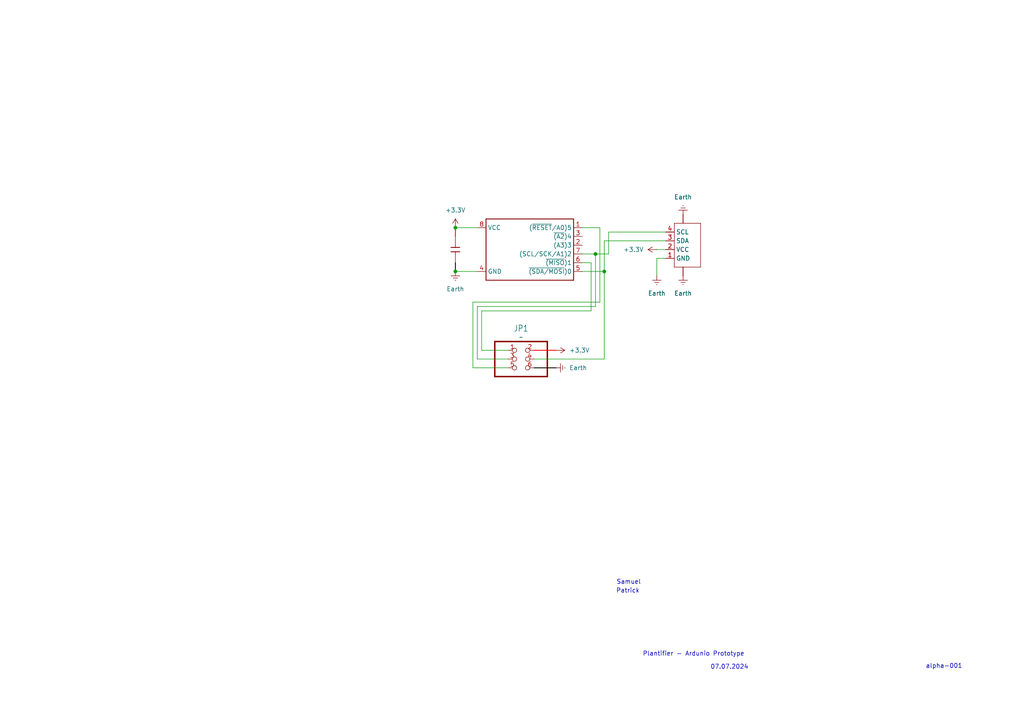
<source format=kicad_sch>
(kicad_sch (version 20231120) (generator "eeschema") (generator_version "8.0")
  (paper "A4")
  (lib_symbols
    (symbol "SparkFun Qwiic Soil Moisture Sensor-eagle-import:ATTINY85-ARDUINOTINY85-20-SMT"
      (symbol "ATTINY85-ARDUINOTINY85-20-SMT_1_0"
        (polyline (pts (xy -12.7 -7.62) (xy -12.7 10.16)) (stroke (width 0.254)))
        (polyline (pts (xy -12.7 10.16) (xy 12.7 10.16)) (stroke (width 0.254)))
        (polyline (pts (xy 12.7 -7.62) (xy -12.7 -7.62)) (stroke (width 0.254)))
        (polyline (pts (xy 12.7 10.16) (xy 12.7 -7.62)) (stroke (width 0.254)))
        (pin bidirectional line (at 15.24 7.62 180) (length 2.54) (name "(~{RESET}/A0)5") (number "1"))
        (pin bidirectional line (at 15.24 2.54 180) (length 2.54) (name "(A3)3") (number "2"))
        (pin bidirectional line (at 15.24 5.08 180) (length 2.54) (name "~{(A2})4") (number "3"))
        (pin bidirectional line (at -15.24 -5.08 0) (length 2.54) (name "GND") (number "4"))
        (pin bidirectional line (at 15.24 -5.08 180) (length 2.54) (name "~{(SDA/MOSI})0") (number "5"))
        (pin bidirectional line (at 15.24 -2.54 180) (length 2.54) (name "~{(MISO})1") (number "6"))
        (pin bidirectional line (at 15.24 0 180) (length 2.54) (name "(SCL/SCK/A1)2") (number "7"))
        (pin bidirectional line (at -15.24 7.62 0) (length 2.54) (name "VCC") (number "8"))
      )
    )
    (symbol "SparkFun Qwiic Soil Moisture Sensor-eagle-import:C-0201"
      (symbol "C-0201_1_0"
        (polyline (pts (xy -1.27 0) (xy -0.635 0)) (stroke (width 0.1524)))
        (polyline (pts (xy -0.635 -1.27) (xy -0.635 0)) (stroke (width 0.254)))
        (polyline (pts (xy -0.635 0) (xy -0.635 1.27)) (stroke (width 0.254)))
        (polyline (pts (xy 0.635 0) (xy 0.635 -1.27)) (stroke (width 0.254)))
        (polyline (pts (xy 0.635 0) (xy 1.27 0)) (stroke (width 0.1524)))
        (polyline (pts (xy 0.635 1.27) (xy 0.635 0)) (stroke (width 0.254)))
        (pin passive line (at -3.81 0 0) (length 2.54) (name "1") (number "1"))
        (pin passive line (at 3.81 0 180) (length 2.54) (name "2") (number "2"))
      )
    )
    (symbol "SparkFun Qwiic Soil Moisture Sensor-eagle-import:JST-SH-4P-1.0"
      (symbol "JST-SH-4P-1.0_1_0"
        (polyline (pts (xy -6.35 -5.08) (xy -6.35 2.54)) (stroke (width 0.1524)))
        (polyline (pts (xy -6.35 2.54) (xy 6.35 2.54)) (stroke (width 0.1524)))
        (polyline (pts (xy 6.35 -5.08) (xy -6.35 -5.08)) (stroke (width 0.1524)))
        (polyline (pts (xy 6.35 2.54) (xy 6.35 -5.08)) (stroke (width 0.1524)))
        (pin bidirectional line (at -3.81 5.08 270) (length 2.54) (name "GND") (number "1"))
        (pin bidirectional line (at -1.27 5.08 270) (length 2.54) (name "VCC") (number "2"))
        (pin bidirectional line (at 1.27 5.08 270) (length 2.54) (name "SDA") (number "3"))
        (pin bidirectional line (at 3.81 5.08 270) (length 2.54) (name "SCL") (number "4"))
        (pin bidirectional line (at -8.89 0 0) (length 2.54) (name "5") (number "NC1"))
        (pin bidirectional line (at 8.89 0 180) (length 2.54) (name "6") (number "NC2"))
      )
    )
    (symbol "SparkFun Qwiic Soil Moisture Sensor-eagle-import:PINHD-2X3"
      (property "Reference" "JP" (at -6.35 5.715 0))
      (symbol "PINHD-2X3_1_0"
        (polyline (pts (xy -6.35 -5.08) (xy 8.89 -5.08)) (stroke (width 0.4064)))
        (polyline (pts (xy -6.35 5.08) (xy -6.35 -5.08)) (stroke (width 0.4064)))
        (polyline (pts (xy 8.89 -5.08) (xy 8.89 5.08)) (stroke (width 0.4064)))
        (polyline (pts (xy 8.89 5.08) (xy -6.35 5.08)) (stroke (width 0.4064)))
        (pin passive inverted (at -2.54 2.54 0) (length 2.54) (name "1") (number "1"))
        (pin passive inverted (at 5.08 2.54 180) (length 2.54) (name "2") (number "2"))
        (pin passive inverted (at -2.54 0 0) (length 2.54) (name "3") (number "3"))
        (pin passive inverted (at 5.08 0 180) (length 2.54) (name "4") (number "4"))
        (pin passive inverted (at -2.54 -2.54 0) (length 2.54) (name "5") (number "5"))
        (pin passive inverted (at 5.08 -2.54 180) (length 2.54) (name "6") (number "6"))
      )
    )
    (symbol "power:+3.3V" (power) (pin_numbers hide) (pin_names (offset 0) hide)
      (property "Value" "+3.3V" (at 0 3.556 0))
      (symbol "+3.3V_0_1"
        (polyline (pts (xy -0.762 1.27) (xy 0 2.54)))
        (polyline (pts (xy 0 0) (xy 0 2.54)))
        (polyline (pts (xy 0 2.54) (xy 0.762 1.27)))
      )
      (symbol "+3.3V_1_1"
        (pin power_in line (at 0 0 90) (length 0) (name "~") (number "1"))
      )
    )
    (symbol "power:Earth" (power) (pin_numbers hide) (pin_names (offset 0) hide)
      (property "Value" "Earth" (at 0 -3.81 0))
      (symbol "Earth_0_1"
        (polyline (pts (xy -0.635 -1.905) (xy 0.635 -1.905)))
        (polyline (pts (xy -0.127 -2.54) (xy 0.127 -2.54)))
        (polyline (pts (xy 0 -1.27) (xy 0 0)))
        (polyline (pts (xy 1.27 -1.27) (xy -1.27 -1.27)))
      )
      (symbol "Earth_1_1"
        (pin power_in line (at 0 0 270) (length 0) (name "~") (number "1"))
      )
    )
  )
  (junction (at 175.26 78.74))
  (junction (at 132.08 78.74))
  (junction (at 132.08 66.04))
  (junction (at 172.72 73.66))
  (wire (pts (xy 175.26 69.85) (xy 175.26 78.74)))
  (wire (pts (xy 193.04 67.31) (xy 176.53 67.31)))
  (wire (pts (xy 138.43 104.14) (xy 138.43 88.9)))
  (wire (pts (xy 138.43 88.9) (xy 172.72 88.9)))
  (wire (pts (xy 193.04 74.93) (xy 190.5 74.93)))
  (wire (pts (xy 172.72 73.66) (xy 168.91 73.66)))
  (wire (pts (xy 176.53 73.66) (xy 172.72 73.66)))
  (wire (pts (xy 171.45 76.2) (xy 168.91 76.2)))
  (wire (pts (xy 132.08 78.74) (xy 138.43 78.74)))
  (wire (pts (xy 147.32 106.68) (xy 137.16 106.68)))
  (wire (pts (xy 193.04 69.85) (xy 175.26 69.85)))
  (wire (pts (xy 173.99 87.63) (xy 173.99 66.04)))
  (wire (pts (xy 132.08 76.2) (xy 132.08 78.74)) (stroke (width 0.254) (color 0 0 0 1)))
  (wire (pts (xy 139.7 90.17) (xy 139.7 101.6)))
  (wire (pts (xy 175.26 78.74) (xy 168.91 78.74)))
  (wire (pts (xy 190.5 72.39) (xy 193.04 72.39)))
  (wire (pts (xy 154.94 101.6) (xy 161.29 101.6)) (stroke (width 0.254) (color 255 0 11 1)))
  (wire (pts (xy 138.43 66.04) (xy 132.08 66.04)))
  (wire (pts (xy 176.53 67.31) (xy 176.53 73.66)))
  (wire (pts (xy 154.94 106.68) (xy 161.29 106.68)) (stroke (width 0.254) (color 8 0 0 1)))
  (wire (pts (xy 154.94 104.14) (xy 175.26 104.14)))
  (wire (pts (xy 172.72 88.9) (xy 172.72 73.66)))
  (wire (pts (xy 137.16 106.68) (xy 137.16 87.63)))
  (wire (pts (xy 175.26 104.14) (xy 175.26 78.74)))
  (wire (pts (xy 171.45 90.17) (xy 171.45 76.2)))
  (wire (pts (xy 137.16 87.63) (xy 173.99 87.63)))
  (wire (pts (xy 139.7 101.6) (xy 147.32 101.6)))
  (wire (pts (xy 139.7 90.17) (xy 171.45 90.17)))
  (wire (pts (xy 190.5 74.93) (xy 190.5 80.01)))
  (wire (pts (xy 147.32 104.14) (xy 138.43 104.14)))
  (wire (pts (xy 173.99 66.04) (xy 168.91 66.04)))
  (wire (pts (xy 132.08 66.04) (xy 132.08 68.58)) (stroke (width 0.254) (color 255 0 11 1)))
  (text "alpha-001" (at 273.812 193.294 0) (effects (font (size 1.27 1.27))))
  (text "Plantifier - Ardunio Prototype" (at 201.168 189.738 0) (effects (font (size 1.27 1.27))))
  (text "07.07.2024\n" (at 211.582 193.548 0) (effects (font (size 1.27 1.27))))
  (text "Samuel" (at 182.372 168.91 0) (effects (font (size 1.27 1.27))))
  (text "Patrick" (at 182.118 171.45 0) (effects (font (size 1.27 1.27))))
  (symbol (lib_id "SparkFun Qwiic Soil Moisture Sensor-eagle-import:JST-SH-4P-1.0") (at 198.12 71.12 90) (unit 1)
    (property "Reference" "J1" (effects (hide yes)))
    (property "Footprint" "SparkFun-Switch:Slide_DPDT_SMD_9.0x3.6mm" (effects (hide yes)))
  )
  (symbol (lib_id "SparkFun Qwiic Soil Moisture Sensor-eagle-import:PINHD-2X3") (at 149.86 104.14 0) (unit 1)
    (property "Reference" "JP1" (at 151.13 95.25 0) (effects (font (size 1.778 1.5113))))
    (property "Value" "~" (at 151.13 97.79 0) (effects (font (size 1.778 1.5113))))
    (property "Footprint" "SparkFun Qwiic Soil Moisture Sensor:2X03" (effects (hide yes)))
    (property "Description" "PIN HEADER" (effects (hide yes)))
  )
  (symbol (lib_id "SparkFun Qwiic Soil Moisture Sensor-eagle-import:C-0201") (at 132.08 72.39 270) (unit 1)
    (property "Reference" "C1" (effects (hide yes)))
  )
  (symbol (lib_id "power:+3.3V") (at 132.08 66.04 0) (unit 1)
    (property "Reference" "#PWR01" (effects (hide yes)))
    (property "Value" "+3.3V" (at 132.08 60.96 0))
    (property "Description" "Power symbol creates a global label with name \"+3.3V\"" (effects (hide yes)))
  )
  (symbol (lib_id "power:Earth") (at 198.12 80.01 0) (unit 1)
    (property "Reference" "#PWR05" (effects (hide yes)))
    (property "Value" "Earth" (at 198.12 85.09 0))
    (property "Description" "Power symbol creates a global label with name \"Earth\"" (effects (hide yes)))
  )
  (symbol (lib_id "power:+3.3V") (at 190.5 72.39 90) (unit 1)
    (property "Reference" "#PWR08" (effects (hide yes)))
    (property "Value" "+3.3V" (at 186.69 72.3899 90) (effects (justify left)))
    (property "Description" "Power symbol creates a global label with name \"+3.3V\"" (effects (hide yes)))
  )
  (symbol (lib_id "power:Earth") (at 132.08 78.74 0) (unit 1)
    (property "Reference" "#PWR02" (effects (hide yes)))
    (property "Value" "Earth" (at 132.08 83.82 0))
    (property "Description" "Power symbol creates a global label with name \"Earth\"" (effects (hide yes)))
  )
  (symbol (lib_id "power:+3.3V") (at 161.29 101.6 270) (unit 1)
    (property "Reference" "#PWR03" (effects (hide yes)))
    (property "Value" "+3.3V" (at 165.1 101.5999 90) (effects (justify left)))
    (property "Description" "Power symbol creates a global label with name \"+3.3V\"" (effects (hide yes)))
  )
  (symbol (lib_id "SparkFun Qwiic Soil Moisture Sensor-eagle-import:ATTINY85-ARDUINOTINY85-20-SMT") (at 153.67 73.66 0) (unit 1)
    (property "Reference" "U1" (effects (hide yes)))
    (property "Footprint" "SparkFun Qwiic Soil Moisture Sensor:SO08-EIAJ_MCU" (effects (hide yes)))
    (property "Description" "Atmel 8-pin 2/4/8kB flash uC" (effects (hide yes)))
  )
  (symbol (lib_id "power:Earth") (at 161.29 106.68 90) (unit 1)
    (property "Reference" "#PWR04" (effects (hide yes)))
    (property "Value" "Earth" (at 165.1 106.6799 90) (effects (justify right)))
    (property "Description" "Power symbol creates a global label with name \"Earth\"" (effects (hide yes)))
  )
  (symbol (lib_id "power:Earth") (at 190.5 80.01 0) (unit 1)
    (property "Reference" "#PWR07" (effects (hide yes)))
    (property "Value" "Earth" (at 190.5 85.09 0))
    (property "Description" "Power symbol creates a global label with name \"Earth\"" (effects (hide yes)))
  )
  (symbol (lib_id "power:Earth") (at 198.12 62.23 180) (unit 1)
    (property "Reference" "#PWR06" (effects (hide yes)))
    (property "Value" "Earth" (at 198.12 57.15 0))
    (property "Description" "Power symbol creates a global label with name \"Earth\"" (effects (hide yes)))
  )
)
</source>
